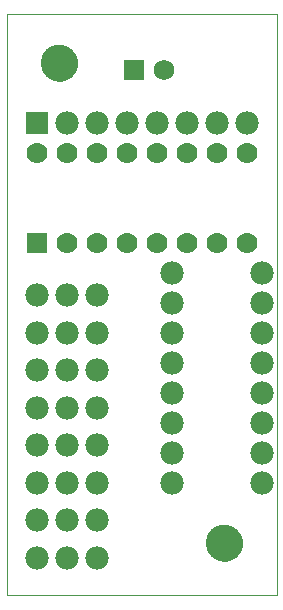
<source format=gbs>
G75*
%MOIN*%
%OFA0B0*%
%FSLAX25Y25*%
%IPPOS*%
%LPD*%
%AMOC8*
5,1,8,0,0,1.08239X$1,22.5*
%
%ADD10C,0.00000*%
%ADD11R,0.07000X0.07000*%
%ADD12C,0.07000*%
%ADD13R,0.07800X0.07800*%
%ADD14C,0.07800*%
%ADD15R,0.06900X0.06900*%
%ADD16C,0.06900*%
%ADD17C,0.12211*%
D10*
X0002067Y0001500D02*
X0002067Y0195201D01*
X0091988Y0195201D01*
X0091988Y0001500D01*
X0002067Y0001500D01*
X0068661Y0019000D02*
X0068663Y0019153D01*
X0068669Y0019307D01*
X0068679Y0019460D01*
X0068693Y0019612D01*
X0068711Y0019765D01*
X0068733Y0019916D01*
X0068758Y0020067D01*
X0068788Y0020218D01*
X0068822Y0020368D01*
X0068859Y0020516D01*
X0068900Y0020664D01*
X0068945Y0020810D01*
X0068994Y0020956D01*
X0069047Y0021100D01*
X0069103Y0021242D01*
X0069163Y0021383D01*
X0069227Y0021523D01*
X0069294Y0021661D01*
X0069365Y0021797D01*
X0069440Y0021931D01*
X0069517Y0022063D01*
X0069599Y0022193D01*
X0069683Y0022321D01*
X0069771Y0022447D01*
X0069862Y0022570D01*
X0069956Y0022691D01*
X0070054Y0022809D01*
X0070154Y0022925D01*
X0070258Y0023038D01*
X0070364Y0023149D01*
X0070473Y0023257D01*
X0070585Y0023362D01*
X0070699Y0023463D01*
X0070817Y0023562D01*
X0070936Y0023658D01*
X0071058Y0023751D01*
X0071183Y0023840D01*
X0071310Y0023927D01*
X0071439Y0024009D01*
X0071570Y0024089D01*
X0071703Y0024165D01*
X0071838Y0024238D01*
X0071975Y0024307D01*
X0072114Y0024372D01*
X0072254Y0024434D01*
X0072396Y0024492D01*
X0072539Y0024547D01*
X0072684Y0024598D01*
X0072830Y0024645D01*
X0072977Y0024688D01*
X0073125Y0024727D01*
X0073274Y0024763D01*
X0073424Y0024794D01*
X0073575Y0024822D01*
X0073726Y0024846D01*
X0073879Y0024866D01*
X0074031Y0024882D01*
X0074184Y0024894D01*
X0074337Y0024902D01*
X0074490Y0024906D01*
X0074644Y0024906D01*
X0074797Y0024902D01*
X0074950Y0024894D01*
X0075103Y0024882D01*
X0075255Y0024866D01*
X0075408Y0024846D01*
X0075559Y0024822D01*
X0075710Y0024794D01*
X0075860Y0024763D01*
X0076009Y0024727D01*
X0076157Y0024688D01*
X0076304Y0024645D01*
X0076450Y0024598D01*
X0076595Y0024547D01*
X0076738Y0024492D01*
X0076880Y0024434D01*
X0077020Y0024372D01*
X0077159Y0024307D01*
X0077296Y0024238D01*
X0077431Y0024165D01*
X0077564Y0024089D01*
X0077695Y0024009D01*
X0077824Y0023927D01*
X0077951Y0023840D01*
X0078076Y0023751D01*
X0078198Y0023658D01*
X0078317Y0023562D01*
X0078435Y0023463D01*
X0078549Y0023362D01*
X0078661Y0023257D01*
X0078770Y0023149D01*
X0078876Y0023038D01*
X0078980Y0022925D01*
X0079080Y0022809D01*
X0079178Y0022691D01*
X0079272Y0022570D01*
X0079363Y0022447D01*
X0079451Y0022321D01*
X0079535Y0022193D01*
X0079617Y0022063D01*
X0079694Y0021931D01*
X0079769Y0021797D01*
X0079840Y0021661D01*
X0079907Y0021523D01*
X0079971Y0021383D01*
X0080031Y0021242D01*
X0080087Y0021100D01*
X0080140Y0020956D01*
X0080189Y0020810D01*
X0080234Y0020664D01*
X0080275Y0020516D01*
X0080312Y0020368D01*
X0080346Y0020218D01*
X0080376Y0020067D01*
X0080401Y0019916D01*
X0080423Y0019765D01*
X0080441Y0019612D01*
X0080455Y0019460D01*
X0080465Y0019307D01*
X0080471Y0019153D01*
X0080473Y0019000D01*
X0080471Y0018847D01*
X0080465Y0018693D01*
X0080455Y0018540D01*
X0080441Y0018388D01*
X0080423Y0018235D01*
X0080401Y0018084D01*
X0080376Y0017933D01*
X0080346Y0017782D01*
X0080312Y0017632D01*
X0080275Y0017484D01*
X0080234Y0017336D01*
X0080189Y0017190D01*
X0080140Y0017044D01*
X0080087Y0016900D01*
X0080031Y0016758D01*
X0079971Y0016617D01*
X0079907Y0016477D01*
X0079840Y0016339D01*
X0079769Y0016203D01*
X0079694Y0016069D01*
X0079617Y0015937D01*
X0079535Y0015807D01*
X0079451Y0015679D01*
X0079363Y0015553D01*
X0079272Y0015430D01*
X0079178Y0015309D01*
X0079080Y0015191D01*
X0078980Y0015075D01*
X0078876Y0014962D01*
X0078770Y0014851D01*
X0078661Y0014743D01*
X0078549Y0014638D01*
X0078435Y0014537D01*
X0078317Y0014438D01*
X0078198Y0014342D01*
X0078076Y0014249D01*
X0077951Y0014160D01*
X0077824Y0014073D01*
X0077695Y0013991D01*
X0077564Y0013911D01*
X0077431Y0013835D01*
X0077296Y0013762D01*
X0077159Y0013693D01*
X0077020Y0013628D01*
X0076880Y0013566D01*
X0076738Y0013508D01*
X0076595Y0013453D01*
X0076450Y0013402D01*
X0076304Y0013355D01*
X0076157Y0013312D01*
X0076009Y0013273D01*
X0075860Y0013237D01*
X0075710Y0013206D01*
X0075559Y0013178D01*
X0075408Y0013154D01*
X0075255Y0013134D01*
X0075103Y0013118D01*
X0074950Y0013106D01*
X0074797Y0013098D01*
X0074644Y0013094D01*
X0074490Y0013094D01*
X0074337Y0013098D01*
X0074184Y0013106D01*
X0074031Y0013118D01*
X0073879Y0013134D01*
X0073726Y0013154D01*
X0073575Y0013178D01*
X0073424Y0013206D01*
X0073274Y0013237D01*
X0073125Y0013273D01*
X0072977Y0013312D01*
X0072830Y0013355D01*
X0072684Y0013402D01*
X0072539Y0013453D01*
X0072396Y0013508D01*
X0072254Y0013566D01*
X0072114Y0013628D01*
X0071975Y0013693D01*
X0071838Y0013762D01*
X0071703Y0013835D01*
X0071570Y0013911D01*
X0071439Y0013991D01*
X0071310Y0014073D01*
X0071183Y0014160D01*
X0071058Y0014249D01*
X0070936Y0014342D01*
X0070817Y0014438D01*
X0070699Y0014537D01*
X0070585Y0014638D01*
X0070473Y0014743D01*
X0070364Y0014851D01*
X0070258Y0014962D01*
X0070154Y0015075D01*
X0070054Y0015191D01*
X0069956Y0015309D01*
X0069862Y0015430D01*
X0069771Y0015553D01*
X0069683Y0015679D01*
X0069599Y0015807D01*
X0069517Y0015937D01*
X0069440Y0016069D01*
X0069365Y0016203D01*
X0069294Y0016339D01*
X0069227Y0016477D01*
X0069163Y0016617D01*
X0069103Y0016758D01*
X0069047Y0016900D01*
X0068994Y0017044D01*
X0068945Y0017190D01*
X0068900Y0017336D01*
X0068859Y0017484D01*
X0068822Y0017632D01*
X0068788Y0017782D01*
X0068758Y0017933D01*
X0068733Y0018084D01*
X0068711Y0018235D01*
X0068693Y0018388D01*
X0068679Y0018540D01*
X0068669Y0018693D01*
X0068663Y0018847D01*
X0068661Y0019000D01*
X0013661Y0179000D02*
X0013663Y0179153D01*
X0013669Y0179307D01*
X0013679Y0179460D01*
X0013693Y0179612D01*
X0013711Y0179765D01*
X0013733Y0179916D01*
X0013758Y0180067D01*
X0013788Y0180218D01*
X0013822Y0180368D01*
X0013859Y0180516D01*
X0013900Y0180664D01*
X0013945Y0180810D01*
X0013994Y0180956D01*
X0014047Y0181100D01*
X0014103Y0181242D01*
X0014163Y0181383D01*
X0014227Y0181523D01*
X0014294Y0181661D01*
X0014365Y0181797D01*
X0014440Y0181931D01*
X0014517Y0182063D01*
X0014599Y0182193D01*
X0014683Y0182321D01*
X0014771Y0182447D01*
X0014862Y0182570D01*
X0014956Y0182691D01*
X0015054Y0182809D01*
X0015154Y0182925D01*
X0015258Y0183038D01*
X0015364Y0183149D01*
X0015473Y0183257D01*
X0015585Y0183362D01*
X0015699Y0183463D01*
X0015817Y0183562D01*
X0015936Y0183658D01*
X0016058Y0183751D01*
X0016183Y0183840D01*
X0016310Y0183927D01*
X0016439Y0184009D01*
X0016570Y0184089D01*
X0016703Y0184165D01*
X0016838Y0184238D01*
X0016975Y0184307D01*
X0017114Y0184372D01*
X0017254Y0184434D01*
X0017396Y0184492D01*
X0017539Y0184547D01*
X0017684Y0184598D01*
X0017830Y0184645D01*
X0017977Y0184688D01*
X0018125Y0184727D01*
X0018274Y0184763D01*
X0018424Y0184794D01*
X0018575Y0184822D01*
X0018726Y0184846D01*
X0018879Y0184866D01*
X0019031Y0184882D01*
X0019184Y0184894D01*
X0019337Y0184902D01*
X0019490Y0184906D01*
X0019644Y0184906D01*
X0019797Y0184902D01*
X0019950Y0184894D01*
X0020103Y0184882D01*
X0020255Y0184866D01*
X0020408Y0184846D01*
X0020559Y0184822D01*
X0020710Y0184794D01*
X0020860Y0184763D01*
X0021009Y0184727D01*
X0021157Y0184688D01*
X0021304Y0184645D01*
X0021450Y0184598D01*
X0021595Y0184547D01*
X0021738Y0184492D01*
X0021880Y0184434D01*
X0022020Y0184372D01*
X0022159Y0184307D01*
X0022296Y0184238D01*
X0022431Y0184165D01*
X0022564Y0184089D01*
X0022695Y0184009D01*
X0022824Y0183927D01*
X0022951Y0183840D01*
X0023076Y0183751D01*
X0023198Y0183658D01*
X0023317Y0183562D01*
X0023435Y0183463D01*
X0023549Y0183362D01*
X0023661Y0183257D01*
X0023770Y0183149D01*
X0023876Y0183038D01*
X0023980Y0182925D01*
X0024080Y0182809D01*
X0024178Y0182691D01*
X0024272Y0182570D01*
X0024363Y0182447D01*
X0024451Y0182321D01*
X0024535Y0182193D01*
X0024617Y0182063D01*
X0024694Y0181931D01*
X0024769Y0181797D01*
X0024840Y0181661D01*
X0024907Y0181523D01*
X0024971Y0181383D01*
X0025031Y0181242D01*
X0025087Y0181100D01*
X0025140Y0180956D01*
X0025189Y0180810D01*
X0025234Y0180664D01*
X0025275Y0180516D01*
X0025312Y0180368D01*
X0025346Y0180218D01*
X0025376Y0180067D01*
X0025401Y0179916D01*
X0025423Y0179765D01*
X0025441Y0179612D01*
X0025455Y0179460D01*
X0025465Y0179307D01*
X0025471Y0179153D01*
X0025473Y0179000D01*
X0025471Y0178847D01*
X0025465Y0178693D01*
X0025455Y0178540D01*
X0025441Y0178388D01*
X0025423Y0178235D01*
X0025401Y0178084D01*
X0025376Y0177933D01*
X0025346Y0177782D01*
X0025312Y0177632D01*
X0025275Y0177484D01*
X0025234Y0177336D01*
X0025189Y0177190D01*
X0025140Y0177044D01*
X0025087Y0176900D01*
X0025031Y0176758D01*
X0024971Y0176617D01*
X0024907Y0176477D01*
X0024840Y0176339D01*
X0024769Y0176203D01*
X0024694Y0176069D01*
X0024617Y0175937D01*
X0024535Y0175807D01*
X0024451Y0175679D01*
X0024363Y0175553D01*
X0024272Y0175430D01*
X0024178Y0175309D01*
X0024080Y0175191D01*
X0023980Y0175075D01*
X0023876Y0174962D01*
X0023770Y0174851D01*
X0023661Y0174743D01*
X0023549Y0174638D01*
X0023435Y0174537D01*
X0023317Y0174438D01*
X0023198Y0174342D01*
X0023076Y0174249D01*
X0022951Y0174160D01*
X0022824Y0174073D01*
X0022695Y0173991D01*
X0022564Y0173911D01*
X0022431Y0173835D01*
X0022296Y0173762D01*
X0022159Y0173693D01*
X0022020Y0173628D01*
X0021880Y0173566D01*
X0021738Y0173508D01*
X0021595Y0173453D01*
X0021450Y0173402D01*
X0021304Y0173355D01*
X0021157Y0173312D01*
X0021009Y0173273D01*
X0020860Y0173237D01*
X0020710Y0173206D01*
X0020559Y0173178D01*
X0020408Y0173154D01*
X0020255Y0173134D01*
X0020103Y0173118D01*
X0019950Y0173106D01*
X0019797Y0173098D01*
X0019644Y0173094D01*
X0019490Y0173094D01*
X0019337Y0173098D01*
X0019184Y0173106D01*
X0019031Y0173118D01*
X0018879Y0173134D01*
X0018726Y0173154D01*
X0018575Y0173178D01*
X0018424Y0173206D01*
X0018274Y0173237D01*
X0018125Y0173273D01*
X0017977Y0173312D01*
X0017830Y0173355D01*
X0017684Y0173402D01*
X0017539Y0173453D01*
X0017396Y0173508D01*
X0017254Y0173566D01*
X0017114Y0173628D01*
X0016975Y0173693D01*
X0016838Y0173762D01*
X0016703Y0173835D01*
X0016570Y0173911D01*
X0016439Y0173991D01*
X0016310Y0174073D01*
X0016183Y0174160D01*
X0016058Y0174249D01*
X0015936Y0174342D01*
X0015817Y0174438D01*
X0015699Y0174537D01*
X0015585Y0174638D01*
X0015473Y0174743D01*
X0015364Y0174851D01*
X0015258Y0174962D01*
X0015154Y0175075D01*
X0015054Y0175191D01*
X0014956Y0175309D01*
X0014862Y0175430D01*
X0014771Y0175553D01*
X0014683Y0175679D01*
X0014599Y0175807D01*
X0014517Y0175937D01*
X0014440Y0176069D01*
X0014365Y0176203D01*
X0014294Y0176339D01*
X0014227Y0176477D01*
X0014163Y0176617D01*
X0014103Y0176758D01*
X0014047Y0176900D01*
X0013994Y0177044D01*
X0013945Y0177190D01*
X0013900Y0177336D01*
X0013859Y0177484D01*
X0013822Y0177632D01*
X0013788Y0177782D01*
X0013758Y0177933D01*
X0013733Y0178084D01*
X0013711Y0178235D01*
X0013693Y0178388D01*
X0013679Y0178540D01*
X0013669Y0178693D01*
X0013663Y0178847D01*
X0013661Y0179000D01*
D11*
X0012067Y0119000D03*
D12*
X0022067Y0119000D03*
X0032067Y0119000D03*
X0042067Y0119000D03*
X0052067Y0119000D03*
X0062067Y0119000D03*
X0072067Y0119000D03*
X0082067Y0119000D03*
X0082067Y0149000D03*
X0072067Y0149000D03*
X0062067Y0149000D03*
X0052067Y0149000D03*
X0042067Y0149000D03*
X0032067Y0149000D03*
X0022067Y0149000D03*
X0012067Y0149000D03*
D13*
X0012067Y0159000D03*
D14*
X0022067Y0159000D03*
X0032067Y0159000D03*
X0042067Y0159000D03*
X0052067Y0159000D03*
X0062067Y0159000D03*
X0072067Y0159000D03*
X0082067Y0159000D03*
X0087067Y0109000D03*
X0087067Y0099000D03*
X0087067Y0089000D03*
X0087067Y0079000D03*
X0087067Y0069000D03*
X0087067Y0059000D03*
X0087067Y0049000D03*
X0087067Y0039000D03*
X0057067Y0039000D03*
X0057067Y0049000D03*
X0057067Y0059000D03*
X0057067Y0069000D03*
X0057067Y0079000D03*
X0057067Y0089000D03*
X0057067Y0099000D03*
X0057067Y0109000D03*
X0032067Y0101500D03*
X0032067Y0089000D03*
X0032067Y0076500D03*
X0032067Y0064000D03*
X0032067Y0051500D03*
X0032067Y0039000D03*
X0032067Y0026500D03*
X0032067Y0014000D03*
X0022067Y0014000D03*
X0022067Y0026500D03*
X0022067Y0039000D03*
X0022067Y0051500D03*
X0022067Y0064000D03*
X0022067Y0076500D03*
X0022067Y0089000D03*
X0022067Y0101500D03*
X0012067Y0101500D03*
X0012067Y0089000D03*
X0012067Y0076500D03*
X0012067Y0064000D03*
X0012067Y0051500D03*
X0012067Y0039000D03*
X0012067Y0026500D03*
X0012067Y0014000D03*
D15*
X0044567Y0176500D03*
D16*
X0054567Y0176500D03*
D17*
X0019567Y0179000D03*
X0074567Y0019000D03*
M02*

</source>
